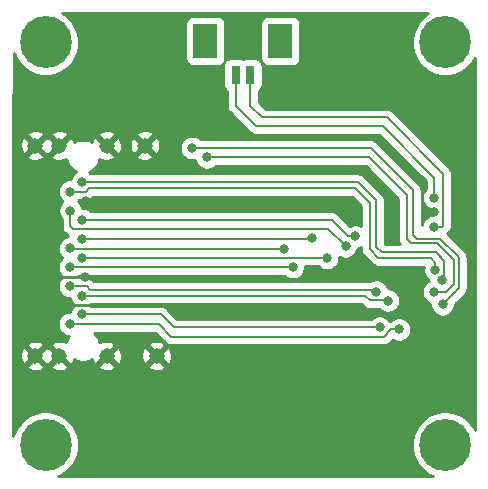
<source format=gbr>
%TF.GenerationSoftware,KiCad,Pcbnew,5.1.10-88a1d61d58~88~ubuntu18.04.1*%
%TF.CreationDate,2021-11-12T09:48:00+07:00*%
%TF.ProjectId,MX8Mx_EVK_MIPI_CSI-EYECLOUDAI_2MGSMOD_AR0234-ADAPTER,4d58384d-785f-4455-964b-5f4d4950495f,rev?*%
%TF.SameCoordinates,Original*%
%TF.FileFunction,Copper,L2,Bot*%
%TF.FilePolarity,Positive*%
%FSLAX46Y46*%
G04 Gerber Fmt 4.6, Leading zero omitted, Abs format (unit mm)*
G04 Created by KiCad (PCBNEW 5.1.10-88a1d61d58~88~ubuntu18.04.1) date 2021-11-12 09:48:00*
%MOMM*%
%LPD*%
G01*
G04 APERTURE LIST*
%TA.AperFunction,SMDPad,CuDef*%
%ADD10R,0.800000X1.600000*%
%TD*%
%TA.AperFunction,SMDPad,CuDef*%
%ADD11R,2.100000X3.000000*%
%TD*%
%TA.AperFunction,ComponentPad*%
%ADD12C,1.308000*%
%TD*%
%TA.AperFunction,ComponentPad*%
%ADD13C,4.400000*%
%TD*%
%TA.AperFunction,ViaPad*%
%ADD14C,0.800000*%
%TD*%
%TA.AperFunction,Conductor*%
%ADD15C,0.250000*%
%TD*%
%TA.AperFunction,Conductor*%
%ADD16C,0.200000*%
%TD*%
%TA.AperFunction,Conductor*%
%ADD17C,0.254000*%
%TD*%
%TA.AperFunction,Conductor*%
%ADD18C,0.100000*%
%TD*%
G04 APERTURE END LIST*
D10*
%TO.P,J3,2*%
%TO.N,/TRIGGER*%
X123053000Y-81932100D03*
%TO.P,J3,1*%
%TO.N,/FRAME_VALID*%
X121803000Y-81932100D03*
D11*
%TO.P,J3,P2*%
%TO.N,N/C*%
X125603000Y-79032100D03*
%TO.P,J3,P1*%
X119253000Y-79032100D03*
%TD*%
D12*
%TO.P,J1,S1*%
%TO.N,GND*%
X114119400Y-87893500D03*
%TO.P,J1,S2*%
X110879400Y-87893500D03*
%TO.P,J1,S3*%
X106879400Y-87893500D03*
%TO.P,J1,S4*%
X104849400Y-87893500D03*
%TO.P,J1,S5*%
X115119400Y-105693500D03*
%TO.P,J1,S6*%
X110879400Y-105693500D03*
%TO.P,J1,S7*%
X106879400Y-105693500D03*
%TO.P,J1,S8*%
X104849400Y-105693500D03*
%TD*%
D13*
%TO.P,H4,1*%
%TO.N,N/C*%
X139552680Y-79159100D03*
%TD*%
%TO.P,H3,1*%
%TO.N,N/C*%
X139552680Y-113235740D03*
%TD*%
%TO.P,H2,1*%
%TO.N,N/C*%
X105714800Y-113235740D03*
%TD*%
%TO.P,H1,1*%
%TO.N,N/C*%
X105714800Y-79159100D03*
%TD*%
D14*
%TO.N,GND*%
X139052300Y-105460800D03*
X139001500Y-87680800D03*
X132143500Y-101981000D03*
X104129840Y-95011240D03*
X104140000Y-92608400D03*
X104109520Y-99024440D03*
X104091740Y-103794560D03*
X104140000Y-90703400D03*
X104096820Y-101396800D03*
X109080300Y-98996500D03*
X135661400Y-99352100D03*
X109131100Y-92595700D03*
X127088900Y-93002100D03*
X132105400Y-98336100D03*
X118033800Y-92964000D03*
X135039100Y-95910400D03*
X133743700Y-91046300D03*
X127139700Y-89941400D03*
X118046500Y-101968300D03*
X127050800Y-101993700D03*
X138582400Y-93548200D03*
%TO.N,/CSI_DN0__SD_LVDS0_N*%
X139324080Y-99301300D03*
X108839400Y-90993500D03*
%TO.N,/CSI_DP0__SD_LVDS0_P*%
X138732260Y-98452940D03*
X107789400Y-91793500D03*
%TO.N,/CSI_DN1__SD_LVDS1_N*%
X131114800Y-96431100D03*
X107820460Y-93395800D03*
%TO.N,/CSI_DP1__SD_LVDS1_P*%
X108789400Y-94193500D03*
X131940300Y-95592900D03*
%TO.N,/CSI_nRST_1V8*%
X125945900Y-96621600D03*
X107789400Y-96593500D03*
%TO.N,/CSI_DN2__SD_LVDS2_N*%
X133718300Y-100253800D03*
X107797600Y-99794060D03*
%TO.N,/CSI_DP2__SD_LVDS2_P*%
X134696200Y-101015800D03*
X108789400Y-100593500D03*
%TO.N,/CSI_DN3__SD_LVDS3_N*%
X134005320Y-103286560D03*
X108789400Y-102193500D03*
%TO.N,/CSI_DP3__SD_LVDS3_P*%
X135643620Y-103466900D03*
X107772200Y-102997000D03*
%TO.N,/CSI_CLK_N__SPCLK_LVDS0_N*%
X118110000Y-88099900D03*
X139331700Y-101346000D03*
%TO.N,/CSI_CLK_P__SPCLK_LVDS0_P*%
X119367300Y-88900000D03*
X138620500Y-100291900D03*
%TO.N,/TRIGGER*%
X138569700Y-94792800D03*
%TO.N,/FRAME_VALID*%
X138626160Y-92297940D03*
%TO.N,/CSI_MCLK_1V8*%
X108789400Y-95793500D03*
X128282700Y-95732600D03*
%TO.N,/I2C_SDA_1V8*%
X108789400Y-97393500D03*
X129552700Y-97396300D03*
%TO.N,/I2C_SCL_1V8*%
X107789400Y-98193500D03*
X126644400Y-98196400D03*
%TD*%
D15*
%TO.N,GND*%
X104140760Y-101393500D02*
X104096820Y-101437440D01*
X107789400Y-101393500D02*
X104100120Y-101393500D01*
X115312700Y-101393500D02*
X107789400Y-101393500D01*
X104100120Y-101393500D02*
X104096820Y-101396800D01*
X115514120Y-99024440D02*
X115516660Y-99026980D01*
X104109520Y-99024440D02*
X115514120Y-99024440D01*
X132508500Y-101393500D02*
X133311900Y-102196900D01*
X104100120Y-101393500D02*
X132508500Y-101393500D01*
D16*
%TO.N,/CSI_DN0__SD_LVDS0_N*%
X139432261Y-99193119D02*
X139324080Y-99301300D01*
X139432261Y-97626401D02*
X139432261Y-99193119D01*
X139077700Y-97271840D02*
X139368530Y-97562670D01*
X139368530Y-97562670D02*
X139432261Y-97626401D01*
X134188200Y-96939100D02*
X138744960Y-96939100D01*
X133692900Y-96443800D02*
X134188200Y-96939100D01*
X132166900Y-90993500D02*
X133692900Y-92519500D01*
X138744960Y-96939100D02*
X139368530Y-97562670D01*
X133692900Y-92519500D02*
X133692900Y-96443800D01*
X108839400Y-90993500D02*
X132166900Y-90993500D01*
%TO.N,/CSI_DP0__SD_LVDS0_P*%
X138732260Y-97820480D02*
X138732260Y-98452940D01*
X138333480Y-97421700D02*
X138732260Y-97820480D01*
X133896100Y-97421700D02*
X138333480Y-97421700D01*
X107789400Y-91793500D02*
X109145900Y-91793500D01*
X131927600Y-91503500D02*
X133146800Y-92722700D01*
X133146800Y-92722700D02*
X133146800Y-96672400D01*
X133146800Y-96672400D02*
X133896100Y-97421700D01*
X109145900Y-91793500D02*
X109435900Y-91503500D01*
X109435900Y-91503500D02*
X131927600Y-91503500D01*
%TO.N,/CSI_DN1__SD_LVDS1_N*%
X129667000Y-94983300D02*
X131114800Y-96431100D01*
X108064300Y-94983300D02*
X129667000Y-94983300D01*
X107820460Y-93395800D02*
X107820460Y-94739460D01*
X107820460Y-94739460D02*
X108064300Y-94983300D01*
%TO.N,/CSI_DP1__SD_LVDS1_P*%
X129009000Y-94193500D02*
X108789400Y-94193500D01*
X129194700Y-94193500D02*
X129009000Y-94193500D01*
X129009000Y-94193500D02*
X129669400Y-94193500D01*
X131940300Y-95592900D02*
X131343400Y-95592900D01*
X131343400Y-95592900D02*
X129944000Y-94193500D01*
X129944000Y-94193500D02*
X129669400Y-94193500D01*
D15*
%TO.N,/CSI_nRST_1V8*%
X107839400Y-96643500D02*
X107789400Y-96593500D01*
D16*
X107817500Y-96621600D02*
X107789400Y-96593500D01*
X125945900Y-96621600D02*
X107817500Y-96621600D01*
%TO.N,/CSI_DN2__SD_LVDS2_N*%
X109184440Y-99794060D02*
X107797600Y-99794060D01*
X109491780Y-100101400D02*
X109184440Y-99794060D01*
X133565900Y-100101400D02*
X109491780Y-100101400D01*
X133718300Y-100253800D02*
X133565900Y-100101400D01*
%TO.N,/CSI_DP2__SD_LVDS2_P*%
X134693660Y-101013260D02*
X134696200Y-101015800D01*
X133156960Y-101013260D02*
X134693660Y-101013260D01*
X132737200Y-100593500D02*
X133156960Y-101013260D01*
X108789400Y-100593500D02*
X132737200Y-100593500D01*
%TO.N,/CSI_DN3__SD_LVDS3_N*%
X115459198Y-102193500D02*
X108789400Y-102193500D01*
X116552258Y-103286560D02*
X115459198Y-102193500D01*
X134005320Y-103286560D02*
X116552258Y-103286560D01*
%TO.N,/CSI_DP3__SD_LVDS3_P*%
X115290600Y-102997000D02*
X107772200Y-102997000D01*
X116363750Y-104070150D02*
X115290600Y-102997000D01*
X134334250Y-104070150D02*
X116363750Y-104070150D01*
X134937500Y-103466900D02*
X134334250Y-104070150D01*
X135643620Y-103466900D02*
X134937500Y-103466900D01*
%TO.N,/CSI_CLK_N__SPCLK_LVDS0_N*%
X118110000Y-88099900D02*
X133235700Y-88099900D01*
X137140990Y-95764390D02*
X139134890Y-95764390D01*
X133235700Y-88099900D02*
X136817100Y-91681300D01*
X136817100Y-91681300D02*
X136817100Y-95440500D01*
X136817100Y-95440500D02*
X137140990Y-95764390D01*
X140709610Y-97433811D02*
X140709610Y-99968090D01*
X140709610Y-99968090D02*
X139331700Y-101346000D01*
X140690600Y-97414801D02*
X140709610Y-97433811D01*
X140690600Y-97320100D02*
X140690600Y-97414801D01*
X139134890Y-95764390D02*
X140690600Y-97320100D01*
%TO.N,/CSI_CLK_P__SPCLK_LVDS0_P*%
X133121400Y-88900000D02*
X119367300Y-88900000D01*
X136296400Y-92075000D02*
X133121400Y-88900000D01*
X136296400Y-95770700D02*
X136296400Y-92075000D01*
X138620500Y-100291900D02*
X139611100Y-100291900D01*
X139611100Y-100291900D02*
X140309600Y-99593400D01*
X140309600Y-99593400D02*
X140309600Y-97599500D01*
X140309600Y-97599500D02*
X138874500Y-96164400D01*
X138874500Y-96164400D02*
X136690100Y-96164400D01*
X136690100Y-96164400D02*
X136296400Y-95770700D01*
%TO.N,/TRIGGER*%
X138569700Y-94792800D02*
X139242800Y-94792800D01*
X139369800Y-94665800D02*
X139369800Y-90271600D01*
X139242800Y-94792800D02*
X139369800Y-94665800D01*
X139369800Y-90271600D02*
X134594600Y-85496400D01*
X134594600Y-85496400D02*
X124040900Y-85496400D01*
X123053000Y-84508500D02*
X124040900Y-85496400D01*
X123053000Y-81932100D02*
X123053000Y-84508500D01*
X123061300Y-81940400D02*
X123053000Y-81932100D01*
%TO.N,/FRAME_VALID*%
X121803000Y-83859554D02*
X121803000Y-81932100D01*
X121803000Y-84541200D02*
X121803000Y-83859554D01*
X123520200Y-86258400D02*
X121803000Y-84541200D01*
X134264400Y-86258400D02*
X123520200Y-86258400D01*
X138626160Y-90620160D02*
X134264400Y-86258400D01*
X138626160Y-92297940D02*
X138626160Y-90620160D01*
%TO.N,/CSI_MCLK_1V8*%
X128336100Y-95793500D02*
X128358900Y-95770700D01*
X128221800Y-95793500D02*
X128282700Y-95732600D01*
X108789400Y-95793500D02*
X128221800Y-95793500D01*
%TO.N,/I2C_SDA_1V8*%
X108792200Y-97396300D02*
X108789400Y-97393500D01*
X129549900Y-97393500D02*
X129552700Y-97396300D01*
X108789400Y-97393500D02*
X129549900Y-97393500D01*
%TO.N,/I2C_SCL_1V8*%
X107789760Y-98193860D02*
X107789400Y-98193500D01*
X126641500Y-98193500D02*
X126644400Y-98196400D01*
X107789400Y-98193500D02*
X126641500Y-98193500D01*
%TD*%
D17*
%TO.N,GND*%
X138134115Y-76697330D02*
X137745473Y-76957012D01*
X137350592Y-77351893D01*
X137040336Y-77816224D01*
X136826628Y-78332161D01*
X136717680Y-78879877D01*
X136717680Y-79438323D01*
X136826628Y-79986039D01*
X137040336Y-80501976D01*
X137350592Y-80966307D01*
X137745473Y-81361188D01*
X138209804Y-81671444D01*
X138725741Y-81885152D01*
X139273457Y-81994100D01*
X139831903Y-81994100D01*
X140379619Y-81885152D01*
X140895556Y-81671444D01*
X141359887Y-81361188D01*
X141754768Y-80966307D01*
X142065024Y-80501976D01*
X142088000Y-80446507D01*
X142088001Y-111948335D01*
X142065024Y-111892864D01*
X141754768Y-111428533D01*
X141359887Y-111033652D01*
X140895556Y-110723396D01*
X140379619Y-110509688D01*
X139831903Y-110400740D01*
X139273457Y-110400740D01*
X138725741Y-110509688D01*
X138209804Y-110723396D01*
X137745473Y-111033652D01*
X137350592Y-111428533D01*
X137040336Y-111892864D01*
X136826628Y-112408801D01*
X136717680Y-112956517D01*
X136717680Y-113514963D01*
X136826628Y-114062679D01*
X137040336Y-114578616D01*
X137350592Y-115042947D01*
X137745473Y-115437828D01*
X138209804Y-115748084D01*
X138479721Y-115859887D01*
X106793484Y-115857516D01*
X107057676Y-115748084D01*
X107522007Y-115437828D01*
X107916888Y-115042947D01*
X108227144Y-114578616D01*
X108440852Y-114062679D01*
X108549800Y-113514963D01*
X108549800Y-112956517D01*
X108440852Y-112408801D01*
X108227144Y-111892864D01*
X107916888Y-111428533D01*
X107522007Y-111033652D01*
X107057676Y-110723396D01*
X106541739Y-110509688D01*
X105994023Y-110400740D01*
X105435577Y-110400740D01*
X104887861Y-110509688D01*
X104371924Y-110723396D01*
X103907593Y-111033652D01*
X103512712Y-111428533D01*
X103202456Y-111892864D01*
X102988748Y-112408801D01*
X102972100Y-112492496D01*
X102978693Y-106581887D01*
X104140618Y-106581887D01*
X104194493Y-106810968D01*
X104425084Y-106917263D01*
X104671981Y-106976528D01*
X104925696Y-106986488D01*
X105176479Y-106946759D01*
X105414693Y-106858868D01*
X105504307Y-106810968D01*
X105558182Y-106581887D01*
X106170618Y-106581887D01*
X106224493Y-106810968D01*
X106455084Y-106917263D01*
X106701981Y-106976528D01*
X106955696Y-106986488D01*
X107206479Y-106946759D01*
X107444693Y-106858868D01*
X107534307Y-106810968D01*
X107588182Y-106581887D01*
X110170618Y-106581887D01*
X110224493Y-106810968D01*
X110455084Y-106917263D01*
X110701981Y-106976528D01*
X110955696Y-106986488D01*
X111206479Y-106946759D01*
X111444693Y-106858868D01*
X111534307Y-106810968D01*
X111588182Y-106581887D01*
X114410618Y-106581887D01*
X114464493Y-106810968D01*
X114695084Y-106917263D01*
X114941981Y-106976528D01*
X115195696Y-106986488D01*
X115446479Y-106946759D01*
X115684693Y-106858868D01*
X115774307Y-106810968D01*
X115828182Y-106581887D01*
X115119400Y-105873105D01*
X114410618Y-106581887D01*
X111588182Y-106581887D01*
X110879400Y-105873105D01*
X110170618Y-106581887D01*
X107588182Y-106581887D01*
X106879400Y-105873105D01*
X106170618Y-106581887D01*
X105558182Y-106581887D01*
X104849400Y-105873105D01*
X104140618Y-106581887D01*
X102978693Y-106581887D01*
X102979599Y-105769796D01*
X103556412Y-105769796D01*
X103596141Y-106020579D01*
X103684032Y-106258793D01*
X103731932Y-106348407D01*
X103961013Y-106402282D01*
X104669795Y-105693500D01*
X105029005Y-105693500D01*
X105737787Y-106402282D01*
X105864400Y-106372505D01*
X105991013Y-106402282D01*
X106699795Y-105693500D01*
X105991013Y-104984718D01*
X105864400Y-105014495D01*
X105737787Y-104984718D01*
X105029005Y-105693500D01*
X104669795Y-105693500D01*
X103961013Y-104984718D01*
X103731932Y-105038593D01*
X103625637Y-105269184D01*
X103566372Y-105516081D01*
X103556412Y-105769796D01*
X102979599Y-105769796D01*
X102980675Y-104805113D01*
X104140618Y-104805113D01*
X104849400Y-105513895D01*
X105558182Y-104805113D01*
X105504307Y-104576032D01*
X105273716Y-104469737D01*
X105026819Y-104410472D01*
X104773104Y-104400512D01*
X104522321Y-104440241D01*
X104284107Y-104528132D01*
X104194493Y-104576032D01*
X104140618Y-104805113D01*
X102980675Y-104805113D01*
X102998548Y-88781887D01*
X104140618Y-88781887D01*
X104194493Y-89010968D01*
X104425084Y-89117263D01*
X104671981Y-89176528D01*
X104925696Y-89186488D01*
X105176479Y-89146759D01*
X105414693Y-89058868D01*
X105504307Y-89010968D01*
X105558182Y-88781887D01*
X106170618Y-88781887D01*
X106224493Y-89010968D01*
X106455084Y-89117263D01*
X106701981Y-89176528D01*
X106955696Y-89186488D01*
X107206479Y-89146759D01*
X107444693Y-89058868D01*
X107489769Y-89034774D01*
X107523586Y-89204782D01*
X107629875Y-89461385D01*
X107784182Y-89692322D01*
X107980578Y-89888718D01*
X108211515Y-90043025D01*
X108327213Y-90090949D01*
X108179626Y-90189563D01*
X108035463Y-90333726D01*
X107922195Y-90503244D01*
X107844174Y-90691602D01*
X107830867Y-90758500D01*
X107687461Y-90758500D01*
X107487502Y-90798274D01*
X107299144Y-90876295D01*
X107129626Y-90989563D01*
X106985463Y-91133726D01*
X106872195Y-91303244D01*
X106794174Y-91491602D01*
X106754400Y-91691561D01*
X106754400Y-91895439D01*
X106794174Y-92095398D01*
X106872195Y-92283756D01*
X106985463Y-92453274D01*
X107129626Y-92597437D01*
X107144904Y-92607645D01*
X107016523Y-92736026D01*
X106903255Y-92905544D01*
X106825234Y-93093902D01*
X106785460Y-93293861D01*
X106785460Y-93497739D01*
X106825234Y-93697698D01*
X106903255Y-93886056D01*
X107016523Y-94055574D01*
X107085461Y-94124512D01*
X107085461Y-94703345D01*
X107081904Y-94739460D01*
X107096095Y-94883545D01*
X107124995Y-94978813D01*
X107138124Y-95022093D01*
X107206374Y-95149780D01*
X107298223Y-95261698D01*
X107326268Y-95284714D01*
X107519041Y-95477487D01*
X107542062Y-95505538D01*
X107622372Y-95571447D01*
X107487502Y-95598274D01*
X107299144Y-95676295D01*
X107129626Y-95789563D01*
X106985463Y-95933726D01*
X106872195Y-96103244D01*
X106794174Y-96291602D01*
X106754400Y-96491561D01*
X106754400Y-96695439D01*
X106794174Y-96895398D01*
X106872195Y-97083756D01*
X106985463Y-97253274D01*
X107125689Y-97393500D01*
X106985463Y-97533726D01*
X106872195Y-97703244D01*
X106794174Y-97891602D01*
X106754400Y-98091561D01*
X106754400Y-98295439D01*
X106794174Y-98495398D01*
X106872195Y-98683756D01*
X106985463Y-98853274D01*
X107129626Y-98997437D01*
X107130157Y-98997792D01*
X106993663Y-99134286D01*
X106880395Y-99303804D01*
X106802374Y-99492162D01*
X106762600Y-99692121D01*
X106762600Y-99895999D01*
X106802374Y-100095958D01*
X106880395Y-100284316D01*
X106993663Y-100453834D01*
X107137826Y-100597997D01*
X107307344Y-100711265D01*
X107495702Y-100789286D01*
X107695661Y-100829060D01*
X107780979Y-100829060D01*
X107794174Y-100895398D01*
X107872195Y-101083756D01*
X107985463Y-101253274D01*
X108125689Y-101393500D01*
X107985463Y-101533726D01*
X107872195Y-101703244D01*
X107794174Y-101891602D01*
X107780171Y-101962000D01*
X107670261Y-101962000D01*
X107470302Y-102001774D01*
X107281944Y-102079795D01*
X107112426Y-102193063D01*
X106968263Y-102337226D01*
X106854995Y-102506744D01*
X106776974Y-102695102D01*
X106737200Y-102895061D01*
X106737200Y-103098939D01*
X106776974Y-103298898D01*
X106854995Y-103487256D01*
X106968263Y-103656774D01*
X107112426Y-103800937D01*
X107281944Y-103914205D01*
X107470302Y-103992226D01*
X107670261Y-104032000D01*
X107692426Y-104032000D01*
X107629875Y-104125615D01*
X107523586Y-104382218D01*
X107489172Y-104555226D01*
X107303716Y-104469737D01*
X107056819Y-104410472D01*
X106803104Y-104400512D01*
X106552321Y-104440241D01*
X106314107Y-104528132D01*
X106224493Y-104576032D01*
X106170618Y-104805113D01*
X106879400Y-105513895D01*
X106893543Y-105499753D01*
X107073148Y-105679358D01*
X107059005Y-105693500D01*
X107767787Y-106402282D01*
X107996868Y-106348407D01*
X108103163Y-106117816D01*
X108133611Y-105990971D01*
X108211515Y-106043025D01*
X108468118Y-106149314D01*
X108740527Y-106203500D01*
X109018273Y-106203500D01*
X109290682Y-106149314D01*
X109547285Y-106043025D01*
X109621808Y-105993230D01*
X109626141Y-106020579D01*
X109714032Y-106258793D01*
X109761932Y-106348407D01*
X109991013Y-106402282D01*
X110699795Y-105693500D01*
X111059005Y-105693500D01*
X111767787Y-106402282D01*
X111996868Y-106348407D01*
X112103163Y-106117816D01*
X112162428Y-105870919D01*
X112166397Y-105769796D01*
X113826412Y-105769796D01*
X113866141Y-106020579D01*
X113954032Y-106258793D01*
X114001932Y-106348407D01*
X114231013Y-106402282D01*
X114939795Y-105693500D01*
X115299005Y-105693500D01*
X116007787Y-106402282D01*
X116236868Y-106348407D01*
X116343163Y-106117816D01*
X116402428Y-105870919D01*
X116412388Y-105617204D01*
X116372659Y-105366421D01*
X116284768Y-105128207D01*
X116236868Y-105038593D01*
X116007787Y-104984718D01*
X115299005Y-105693500D01*
X114939795Y-105693500D01*
X114231013Y-104984718D01*
X114001932Y-105038593D01*
X113895637Y-105269184D01*
X113836372Y-105516081D01*
X113826412Y-105769796D01*
X112166397Y-105769796D01*
X112172388Y-105617204D01*
X112132659Y-105366421D01*
X112044768Y-105128207D01*
X111996868Y-105038593D01*
X111767787Y-104984718D01*
X111059005Y-105693500D01*
X110699795Y-105693500D01*
X110685653Y-105679358D01*
X110865258Y-105499753D01*
X110879400Y-105513895D01*
X111588182Y-104805113D01*
X114410618Y-104805113D01*
X115119400Y-105513895D01*
X115828182Y-104805113D01*
X115774307Y-104576032D01*
X115543716Y-104469737D01*
X115296819Y-104410472D01*
X115043104Y-104400512D01*
X114792321Y-104440241D01*
X114554107Y-104528132D01*
X114464493Y-104576032D01*
X114410618Y-104805113D01*
X111588182Y-104805113D01*
X111534307Y-104576032D01*
X111303716Y-104469737D01*
X111056819Y-104410472D01*
X110803104Y-104400512D01*
X110552321Y-104440241D01*
X110314107Y-104528132D01*
X110269031Y-104552226D01*
X110235214Y-104382218D01*
X110128925Y-104125615D01*
X109974618Y-103894678D01*
X109811940Y-103732000D01*
X114986154Y-103732000D01*
X115818496Y-104564343D01*
X115841512Y-104592388D01*
X115953430Y-104684237D01*
X116081117Y-104752487D01*
X116219665Y-104794515D01*
X116327645Y-104805150D01*
X116327654Y-104805150D01*
X116363749Y-104808705D01*
X116399844Y-104805150D01*
X134298145Y-104805150D01*
X134334250Y-104808706D01*
X134370355Y-104805150D01*
X134478335Y-104794515D01*
X134616883Y-104752487D01*
X134744570Y-104684237D01*
X134856488Y-104592388D01*
X134879508Y-104564338D01*
X135097241Y-104346605D01*
X135153364Y-104384105D01*
X135341722Y-104462126D01*
X135541681Y-104501900D01*
X135745559Y-104501900D01*
X135945518Y-104462126D01*
X136133876Y-104384105D01*
X136303394Y-104270837D01*
X136447557Y-104126674D01*
X136560825Y-103957156D01*
X136638846Y-103768798D01*
X136678620Y-103568839D01*
X136678620Y-103364961D01*
X136638846Y-103165002D01*
X136560825Y-102976644D01*
X136447557Y-102807126D01*
X136303394Y-102662963D01*
X136133876Y-102549695D01*
X135945518Y-102471674D01*
X135745559Y-102431900D01*
X135541681Y-102431900D01*
X135341722Y-102471674D01*
X135153364Y-102549695D01*
X134983846Y-102662963D01*
X134916384Y-102730425D01*
X134901404Y-102731900D01*
X134901395Y-102731900D01*
X134880844Y-102733924D01*
X134809257Y-102626786D01*
X134665094Y-102482623D01*
X134495576Y-102369355D01*
X134307218Y-102291334D01*
X134107259Y-102251560D01*
X133903381Y-102251560D01*
X133703422Y-102291334D01*
X133515064Y-102369355D01*
X133345546Y-102482623D01*
X133276609Y-102551560D01*
X116856705Y-102551560D01*
X116004456Y-101699312D01*
X115981436Y-101671262D01*
X115869518Y-101579413D01*
X115741831Y-101511163D01*
X115603283Y-101469135D01*
X115495303Y-101458500D01*
X115459198Y-101454944D01*
X115423093Y-101458500D01*
X109518111Y-101458500D01*
X109453111Y-101393500D01*
X109518111Y-101328500D01*
X132432754Y-101328500D01*
X132611701Y-101507447D01*
X132634722Y-101535498D01*
X132746640Y-101627347D01*
X132874327Y-101695597D01*
X133012875Y-101737625D01*
X133120855Y-101748260D01*
X133120864Y-101748260D01*
X133156959Y-101751815D01*
X133193054Y-101748260D01*
X133964949Y-101748260D01*
X134036426Y-101819737D01*
X134205944Y-101933005D01*
X134394302Y-102011026D01*
X134594261Y-102050800D01*
X134798139Y-102050800D01*
X134998098Y-102011026D01*
X135186456Y-101933005D01*
X135355974Y-101819737D01*
X135500137Y-101675574D01*
X135613405Y-101506056D01*
X135691426Y-101317698D01*
X135731200Y-101117739D01*
X135731200Y-100913861D01*
X135691426Y-100713902D01*
X135613405Y-100525544D01*
X135500137Y-100356026D01*
X135355974Y-100211863D01*
X135186456Y-100098595D01*
X134998098Y-100020574D01*
X134798139Y-99980800D01*
X134719274Y-99980800D01*
X134713526Y-99951902D01*
X134635505Y-99763544D01*
X134522237Y-99594026D01*
X134378074Y-99449863D01*
X134208556Y-99336595D01*
X134020198Y-99258574D01*
X133820239Y-99218800D01*
X133616361Y-99218800D01*
X133416402Y-99258574D01*
X133228044Y-99336595D01*
X133183438Y-99366400D01*
X109796226Y-99366400D01*
X109729699Y-99299873D01*
X109706678Y-99271822D01*
X109594760Y-99179973D01*
X109467073Y-99111723D01*
X109328525Y-99069695D01*
X109220545Y-99059060D01*
X109184440Y-99055504D01*
X109148335Y-99059060D01*
X108526311Y-99059060D01*
X108457374Y-98990123D01*
X108456843Y-98989768D01*
X108518111Y-98928500D01*
X125912789Y-98928500D01*
X125984626Y-99000337D01*
X126154144Y-99113605D01*
X126342502Y-99191626D01*
X126542461Y-99231400D01*
X126746339Y-99231400D01*
X126946298Y-99191626D01*
X127134656Y-99113605D01*
X127304174Y-99000337D01*
X127448337Y-98856174D01*
X127561605Y-98686656D01*
X127639626Y-98498298D01*
X127679400Y-98298339D01*
X127679400Y-98128500D01*
X128821189Y-98128500D01*
X128892926Y-98200237D01*
X129062444Y-98313505D01*
X129250802Y-98391526D01*
X129450761Y-98431300D01*
X129654639Y-98431300D01*
X129854598Y-98391526D01*
X130042956Y-98313505D01*
X130212474Y-98200237D01*
X130356637Y-98056074D01*
X130469905Y-97886556D01*
X130547926Y-97698198D01*
X130587700Y-97498239D01*
X130587700Y-97323687D01*
X130624544Y-97348305D01*
X130812902Y-97426326D01*
X131012861Y-97466100D01*
X131216739Y-97466100D01*
X131416698Y-97426326D01*
X131605056Y-97348305D01*
X131774574Y-97235037D01*
X131918737Y-97090874D01*
X132032005Y-96921356D01*
X132110026Y-96732998D01*
X132134585Y-96609531D01*
X132242198Y-96588126D01*
X132411801Y-96517874D01*
X132411801Y-96636285D01*
X132408244Y-96672400D01*
X132422435Y-96816485D01*
X132451281Y-96911574D01*
X132464464Y-96955033D01*
X132532714Y-97082720D01*
X132624563Y-97194638D01*
X132652608Y-97217654D01*
X133350846Y-97915893D01*
X133373862Y-97943938D01*
X133485780Y-98035787D01*
X133613467Y-98104037D01*
X133752015Y-98146065D01*
X133859995Y-98156700D01*
X133860004Y-98156700D01*
X133896099Y-98160255D01*
X133932194Y-98156700D01*
X137735909Y-98156700D01*
X137697260Y-98351001D01*
X137697260Y-98554879D01*
X137737034Y-98754838D01*
X137815055Y-98943196D01*
X137928323Y-99112714D01*
X138072486Y-99256877D01*
X138203439Y-99344377D01*
X138130244Y-99374695D01*
X137960726Y-99487963D01*
X137816563Y-99632126D01*
X137703295Y-99801644D01*
X137625274Y-99990002D01*
X137585500Y-100189961D01*
X137585500Y-100393839D01*
X137625274Y-100593798D01*
X137703295Y-100782156D01*
X137816563Y-100951674D01*
X137960726Y-101095837D01*
X138130244Y-101209105D01*
X138296700Y-101278054D01*
X138296700Y-101447939D01*
X138336474Y-101647898D01*
X138414495Y-101836256D01*
X138527763Y-102005774D01*
X138671926Y-102149937D01*
X138841444Y-102263205D01*
X139029802Y-102341226D01*
X139229761Y-102381000D01*
X139433639Y-102381000D01*
X139633598Y-102341226D01*
X139821956Y-102263205D01*
X139991474Y-102149937D01*
X140135637Y-102005774D01*
X140248905Y-101836256D01*
X140326926Y-101647898D01*
X140366700Y-101447939D01*
X140366700Y-101350446D01*
X141203803Y-100513344D01*
X141231848Y-100490328D01*
X141323697Y-100378410D01*
X141391947Y-100250723D01*
X141433975Y-100112175D01*
X141437470Y-100076693D01*
X141448166Y-99968091D01*
X141444610Y-99931986D01*
X141444610Y-97469905D01*
X141448165Y-97433810D01*
X141444610Y-97397715D01*
X141444610Y-97397706D01*
X141433975Y-97289726D01*
X141422409Y-97251599D01*
X141414965Y-97176015D01*
X141372937Y-97037467D01*
X141304687Y-96909780D01*
X141276254Y-96875135D01*
X141235853Y-96825906D01*
X141235850Y-96825903D01*
X141212837Y-96797862D01*
X141184797Y-96774850D01*
X139743039Y-95333093D01*
X139765038Y-95315038D01*
X139788059Y-95286987D01*
X139863992Y-95211054D01*
X139892037Y-95188038D01*
X139983887Y-95076120D01*
X140052137Y-94948433D01*
X140094165Y-94809885D01*
X140104800Y-94701905D01*
X140104800Y-94701898D01*
X140108355Y-94665801D01*
X140104800Y-94629704D01*
X140104800Y-90307705D01*
X140108356Y-90271600D01*
X140094165Y-90127515D01*
X140052137Y-89988966D01*
X139983887Y-89861280D01*
X139915053Y-89777406D01*
X139892038Y-89749362D01*
X139863993Y-89726346D01*
X135139859Y-85002213D01*
X135116838Y-84974162D01*
X135004920Y-84882313D01*
X134877233Y-84814063D01*
X134738685Y-84772035D01*
X134630705Y-84761400D01*
X134594600Y-84757844D01*
X134558495Y-84761400D01*
X124345347Y-84761400D01*
X123788000Y-84204054D01*
X123788000Y-83273057D01*
X123807494Y-83262637D01*
X123904185Y-83183285D01*
X123983537Y-83086594D01*
X124042502Y-82976280D01*
X124078812Y-82856582D01*
X124091072Y-82732100D01*
X124091072Y-81132100D01*
X124078812Y-81007618D01*
X124053614Y-80924552D01*
X124101815Y-80983285D01*
X124198506Y-81062637D01*
X124308820Y-81121602D01*
X124428518Y-81157912D01*
X124553000Y-81170172D01*
X126653000Y-81170172D01*
X126777482Y-81157912D01*
X126897180Y-81121602D01*
X127007494Y-81062637D01*
X127104185Y-80983285D01*
X127183537Y-80886594D01*
X127242502Y-80776280D01*
X127278812Y-80656582D01*
X127291072Y-80532100D01*
X127291072Y-77532100D01*
X127278812Y-77407618D01*
X127242502Y-77287920D01*
X127183537Y-77177606D01*
X127104185Y-77080915D01*
X127007494Y-77001563D01*
X126897180Y-76942598D01*
X126777482Y-76906288D01*
X126653000Y-76894028D01*
X124553000Y-76894028D01*
X124428518Y-76906288D01*
X124308820Y-76942598D01*
X124198506Y-77001563D01*
X124101815Y-77080915D01*
X124022463Y-77177606D01*
X123963498Y-77287920D01*
X123927188Y-77407618D01*
X123914928Y-77532100D01*
X123914928Y-80532100D01*
X123927188Y-80656582D01*
X123952386Y-80739648D01*
X123904185Y-80680915D01*
X123807494Y-80601563D01*
X123697180Y-80542598D01*
X123577482Y-80506288D01*
X123453000Y-80494028D01*
X122653000Y-80494028D01*
X122528518Y-80506288D01*
X122428000Y-80536780D01*
X122327482Y-80506288D01*
X122203000Y-80494028D01*
X121403000Y-80494028D01*
X121278518Y-80506288D01*
X121158820Y-80542598D01*
X121048506Y-80601563D01*
X120951815Y-80680915D01*
X120903614Y-80739648D01*
X120928812Y-80656582D01*
X120941072Y-80532100D01*
X120941072Y-77532100D01*
X120928812Y-77407618D01*
X120892502Y-77287920D01*
X120833537Y-77177606D01*
X120754185Y-77080915D01*
X120657494Y-77001563D01*
X120547180Y-76942598D01*
X120427482Y-76906288D01*
X120303000Y-76894028D01*
X118203000Y-76894028D01*
X118078518Y-76906288D01*
X117958820Y-76942598D01*
X117848506Y-77001563D01*
X117751815Y-77080915D01*
X117672463Y-77177606D01*
X117613498Y-77287920D01*
X117577188Y-77407618D01*
X117564928Y-77532100D01*
X117564928Y-80532100D01*
X117577188Y-80656582D01*
X117613498Y-80776280D01*
X117672463Y-80886594D01*
X117751815Y-80983285D01*
X117848506Y-81062637D01*
X117958820Y-81121602D01*
X118078518Y-81157912D01*
X118203000Y-81170172D01*
X120303000Y-81170172D01*
X120427482Y-81157912D01*
X120547180Y-81121602D01*
X120657494Y-81062637D01*
X120754185Y-80983285D01*
X120802386Y-80924552D01*
X120777188Y-81007618D01*
X120764928Y-81132100D01*
X120764928Y-82732100D01*
X120777188Y-82856582D01*
X120813498Y-82976280D01*
X120872463Y-83086594D01*
X120951815Y-83183285D01*
X121048506Y-83262637D01*
X121068000Y-83273057D01*
X121068000Y-84505095D01*
X121064444Y-84541200D01*
X121070049Y-84598110D01*
X121078635Y-84685284D01*
X121120663Y-84823832D01*
X121188913Y-84951519D01*
X121280762Y-85063437D01*
X121308808Y-85086454D01*
X122974946Y-86752593D01*
X122997962Y-86780638D01*
X123026006Y-86803653D01*
X123109880Y-86872487D01*
X123237566Y-86940737D01*
X123376115Y-86982765D01*
X123520200Y-86996956D01*
X123556305Y-86993400D01*
X133959954Y-86993400D01*
X137891161Y-90924608D01*
X137891160Y-91569229D01*
X137822223Y-91638166D01*
X137708955Y-91807684D01*
X137630934Y-91996042D01*
X137591160Y-92196001D01*
X137591160Y-92399879D01*
X137630934Y-92599838D01*
X137708955Y-92788196D01*
X137822223Y-92957714D01*
X137966386Y-93101877D01*
X138135904Y-93215145D01*
X138324262Y-93293166D01*
X138524221Y-93332940D01*
X138634800Y-93332940D01*
X138634800Y-93757800D01*
X138467761Y-93757800D01*
X138267802Y-93797574D01*
X138079444Y-93875595D01*
X137909926Y-93988863D01*
X137765763Y-94133026D01*
X137652495Y-94302544D01*
X137574474Y-94490902D01*
X137552100Y-94603385D01*
X137552100Y-91717394D01*
X137555655Y-91681299D01*
X137552100Y-91645204D01*
X137552100Y-91645195D01*
X137541465Y-91537215D01*
X137499437Y-91398667D01*
X137431187Y-91270980D01*
X137390060Y-91220867D01*
X137362353Y-91187106D01*
X137362350Y-91187103D01*
X137339337Y-91159062D01*
X137311297Y-91136050D01*
X133780959Y-87605713D01*
X133757938Y-87577662D01*
X133646020Y-87485813D01*
X133518333Y-87417563D01*
X133379785Y-87375535D01*
X133271805Y-87364900D01*
X133235700Y-87361344D01*
X133199595Y-87364900D01*
X118838711Y-87364900D01*
X118769774Y-87295963D01*
X118600256Y-87182695D01*
X118411898Y-87104674D01*
X118211939Y-87064900D01*
X118008061Y-87064900D01*
X117808102Y-87104674D01*
X117619744Y-87182695D01*
X117450226Y-87295963D01*
X117306063Y-87440126D01*
X117192795Y-87609644D01*
X117114774Y-87798002D01*
X117075000Y-87997961D01*
X117075000Y-88201839D01*
X117114774Y-88401798D01*
X117192795Y-88590156D01*
X117306063Y-88759674D01*
X117450226Y-88903837D01*
X117619744Y-89017105D01*
X117808102Y-89095126D01*
X118008061Y-89134900D01*
X118211939Y-89134900D01*
X118353160Y-89106810D01*
X118372074Y-89201898D01*
X118450095Y-89390256D01*
X118563363Y-89559774D01*
X118707526Y-89703937D01*
X118877044Y-89817205D01*
X119065402Y-89895226D01*
X119265361Y-89935000D01*
X119469239Y-89935000D01*
X119669198Y-89895226D01*
X119857556Y-89817205D01*
X120027074Y-89703937D01*
X120096011Y-89635000D01*
X132816954Y-89635000D01*
X135561401Y-92379448D01*
X135561400Y-95734595D01*
X135557844Y-95770700D01*
X135572035Y-95914785D01*
X135584784Y-95956813D01*
X135614063Y-96053332D01*
X135682313Y-96181019D01*
X135701255Y-96204100D01*
X134492647Y-96204100D01*
X134427900Y-96139354D01*
X134427900Y-92555605D01*
X134431456Y-92519500D01*
X134417265Y-92375415D01*
X134406144Y-92338753D01*
X134375237Y-92236867D01*
X134306987Y-92109180D01*
X134240774Y-92028500D01*
X134238153Y-92025306D01*
X134238150Y-92025303D01*
X134215137Y-91997262D01*
X134187097Y-91974250D01*
X132712158Y-90499312D01*
X132689138Y-90471262D01*
X132577220Y-90379413D01*
X132449533Y-90311163D01*
X132310985Y-90269135D01*
X132203005Y-90258500D01*
X132166900Y-90254944D01*
X132130795Y-90258500D01*
X109568111Y-90258500D01*
X109499174Y-90189563D01*
X109382202Y-90111405D01*
X109547285Y-90043025D01*
X109778222Y-89888718D01*
X109974618Y-89692322D01*
X110128925Y-89461385D01*
X110235214Y-89204782D01*
X110269628Y-89031774D01*
X110455084Y-89117263D01*
X110701981Y-89176528D01*
X110955696Y-89186488D01*
X111206479Y-89146759D01*
X111444693Y-89058868D01*
X111534307Y-89010968D01*
X111588182Y-88781887D01*
X113410618Y-88781887D01*
X113464493Y-89010968D01*
X113695084Y-89117263D01*
X113941981Y-89176528D01*
X114195696Y-89186488D01*
X114446479Y-89146759D01*
X114684693Y-89058868D01*
X114774307Y-89010968D01*
X114828182Y-88781887D01*
X114119400Y-88073105D01*
X113410618Y-88781887D01*
X111588182Y-88781887D01*
X110879400Y-88073105D01*
X110865258Y-88087248D01*
X110685653Y-87907643D01*
X110699795Y-87893500D01*
X111059005Y-87893500D01*
X111767787Y-88602282D01*
X111996868Y-88548407D01*
X112103163Y-88317816D01*
X112162428Y-88070919D01*
X112166397Y-87969796D01*
X112826412Y-87969796D01*
X112866141Y-88220579D01*
X112954032Y-88458793D01*
X113001932Y-88548407D01*
X113231013Y-88602282D01*
X113939795Y-87893500D01*
X114299005Y-87893500D01*
X115007787Y-88602282D01*
X115236868Y-88548407D01*
X115343163Y-88317816D01*
X115402428Y-88070919D01*
X115412388Y-87817204D01*
X115372659Y-87566421D01*
X115284768Y-87328207D01*
X115236868Y-87238593D01*
X115007787Y-87184718D01*
X114299005Y-87893500D01*
X113939795Y-87893500D01*
X113231013Y-87184718D01*
X113001932Y-87238593D01*
X112895637Y-87469184D01*
X112836372Y-87716081D01*
X112826412Y-87969796D01*
X112166397Y-87969796D01*
X112172388Y-87817204D01*
X112132659Y-87566421D01*
X112044768Y-87328207D01*
X111996868Y-87238593D01*
X111767787Y-87184718D01*
X111059005Y-87893500D01*
X110699795Y-87893500D01*
X109991013Y-87184718D01*
X109761932Y-87238593D01*
X109655637Y-87469184D01*
X109625189Y-87596029D01*
X109547285Y-87543975D01*
X109290682Y-87437686D01*
X109018273Y-87383500D01*
X108740527Y-87383500D01*
X108468118Y-87437686D01*
X108211515Y-87543975D01*
X108136992Y-87593770D01*
X108132659Y-87566421D01*
X108044768Y-87328207D01*
X107996868Y-87238593D01*
X107767787Y-87184718D01*
X107059005Y-87893500D01*
X107073148Y-87907643D01*
X106893543Y-88087248D01*
X106879400Y-88073105D01*
X106170618Y-88781887D01*
X105558182Y-88781887D01*
X104849400Y-88073105D01*
X104140618Y-88781887D01*
X102998548Y-88781887D01*
X102999454Y-87969796D01*
X103556412Y-87969796D01*
X103596141Y-88220579D01*
X103684032Y-88458793D01*
X103731932Y-88548407D01*
X103961013Y-88602282D01*
X104669795Y-87893500D01*
X105029005Y-87893500D01*
X105737787Y-88602282D01*
X105864400Y-88572505D01*
X105991013Y-88602282D01*
X106699795Y-87893500D01*
X105991013Y-87184718D01*
X105864400Y-87214495D01*
X105737787Y-87184718D01*
X105029005Y-87893500D01*
X104669795Y-87893500D01*
X103961013Y-87184718D01*
X103731932Y-87238593D01*
X103625637Y-87469184D01*
X103566372Y-87716081D01*
X103556412Y-87969796D01*
X102999454Y-87969796D01*
X103000530Y-87005113D01*
X104140618Y-87005113D01*
X104849400Y-87713895D01*
X105558182Y-87005113D01*
X106170618Y-87005113D01*
X106879400Y-87713895D01*
X107588182Y-87005113D01*
X110170618Y-87005113D01*
X110879400Y-87713895D01*
X111588182Y-87005113D01*
X113410618Y-87005113D01*
X114119400Y-87713895D01*
X114828182Y-87005113D01*
X114774307Y-86776032D01*
X114543716Y-86669737D01*
X114296819Y-86610472D01*
X114043104Y-86600512D01*
X113792321Y-86640241D01*
X113554107Y-86728132D01*
X113464493Y-86776032D01*
X113410618Y-87005113D01*
X111588182Y-87005113D01*
X111534307Y-86776032D01*
X111303716Y-86669737D01*
X111056819Y-86610472D01*
X110803104Y-86600512D01*
X110552321Y-86640241D01*
X110314107Y-86728132D01*
X110224493Y-86776032D01*
X110170618Y-87005113D01*
X107588182Y-87005113D01*
X107534307Y-86776032D01*
X107303716Y-86669737D01*
X107056819Y-86610472D01*
X106803104Y-86600512D01*
X106552321Y-86640241D01*
X106314107Y-86728132D01*
X106224493Y-86776032D01*
X106170618Y-87005113D01*
X105558182Y-87005113D01*
X105504307Y-86776032D01*
X105273716Y-86669737D01*
X105026819Y-86610472D01*
X104773104Y-86600512D01*
X104522321Y-86640241D01*
X104284107Y-86728132D01*
X104194493Y-86776032D01*
X104140618Y-87005113D01*
X103000530Y-87005113D01*
X103008308Y-80033260D01*
X103202456Y-80501976D01*
X103512712Y-80966307D01*
X103907593Y-81361188D01*
X104371924Y-81671444D01*
X104887861Y-81885152D01*
X105435577Y-81994100D01*
X105994023Y-81994100D01*
X106541739Y-81885152D01*
X107057676Y-81671444D01*
X107522007Y-81361188D01*
X107916888Y-80966307D01*
X108227144Y-80501976D01*
X108440852Y-79986039D01*
X108549800Y-79438323D01*
X108549800Y-78879877D01*
X108440852Y-78332161D01*
X108227144Y-77816224D01*
X107916888Y-77351893D01*
X107522007Y-76957012D01*
X107129914Y-76695024D01*
X138134115Y-76697330D01*
%TA.AperFunction,Conductor*%
D18*
G36*
X138134115Y-76697330D02*
G01*
X137745473Y-76957012D01*
X137350592Y-77351893D01*
X137040336Y-77816224D01*
X136826628Y-78332161D01*
X136717680Y-78879877D01*
X136717680Y-79438323D01*
X136826628Y-79986039D01*
X137040336Y-80501976D01*
X137350592Y-80966307D01*
X137745473Y-81361188D01*
X138209804Y-81671444D01*
X138725741Y-81885152D01*
X139273457Y-81994100D01*
X139831903Y-81994100D01*
X140379619Y-81885152D01*
X140895556Y-81671444D01*
X141359887Y-81361188D01*
X141754768Y-80966307D01*
X142065024Y-80501976D01*
X142088000Y-80446507D01*
X142088001Y-111948335D01*
X142065024Y-111892864D01*
X141754768Y-111428533D01*
X141359887Y-111033652D01*
X140895556Y-110723396D01*
X140379619Y-110509688D01*
X139831903Y-110400740D01*
X139273457Y-110400740D01*
X138725741Y-110509688D01*
X138209804Y-110723396D01*
X137745473Y-111033652D01*
X137350592Y-111428533D01*
X137040336Y-111892864D01*
X136826628Y-112408801D01*
X136717680Y-112956517D01*
X136717680Y-113514963D01*
X136826628Y-114062679D01*
X137040336Y-114578616D01*
X137350592Y-115042947D01*
X137745473Y-115437828D01*
X138209804Y-115748084D01*
X138479721Y-115859887D01*
X106793484Y-115857516D01*
X107057676Y-115748084D01*
X107522007Y-115437828D01*
X107916888Y-115042947D01*
X108227144Y-114578616D01*
X108440852Y-114062679D01*
X108549800Y-113514963D01*
X108549800Y-112956517D01*
X108440852Y-112408801D01*
X108227144Y-111892864D01*
X107916888Y-111428533D01*
X107522007Y-111033652D01*
X107057676Y-110723396D01*
X106541739Y-110509688D01*
X105994023Y-110400740D01*
X105435577Y-110400740D01*
X104887861Y-110509688D01*
X104371924Y-110723396D01*
X103907593Y-111033652D01*
X103512712Y-111428533D01*
X103202456Y-111892864D01*
X102988748Y-112408801D01*
X102972100Y-112492496D01*
X102978693Y-106581887D01*
X104140618Y-106581887D01*
X104194493Y-106810968D01*
X104425084Y-106917263D01*
X104671981Y-106976528D01*
X104925696Y-106986488D01*
X105176479Y-106946759D01*
X105414693Y-106858868D01*
X105504307Y-106810968D01*
X105558182Y-106581887D01*
X106170618Y-106581887D01*
X106224493Y-106810968D01*
X106455084Y-106917263D01*
X106701981Y-106976528D01*
X106955696Y-106986488D01*
X107206479Y-106946759D01*
X107444693Y-106858868D01*
X107534307Y-106810968D01*
X107588182Y-106581887D01*
X110170618Y-106581887D01*
X110224493Y-106810968D01*
X110455084Y-106917263D01*
X110701981Y-106976528D01*
X110955696Y-106986488D01*
X111206479Y-106946759D01*
X111444693Y-106858868D01*
X111534307Y-106810968D01*
X111588182Y-106581887D01*
X114410618Y-106581887D01*
X114464493Y-106810968D01*
X114695084Y-106917263D01*
X114941981Y-106976528D01*
X115195696Y-106986488D01*
X115446479Y-106946759D01*
X115684693Y-106858868D01*
X115774307Y-106810968D01*
X115828182Y-106581887D01*
X115119400Y-105873105D01*
X114410618Y-106581887D01*
X111588182Y-106581887D01*
X110879400Y-105873105D01*
X110170618Y-106581887D01*
X107588182Y-106581887D01*
X106879400Y-105873105D01*
X106170618Y-106581887D01*
X105558182Y-106581887D01*
X104849400Y-105873105D01*
X104140618Y-106581887D01*
X102978693Y-106581887D01*
X102979599Y-105769796D01*
X103556412Y-105769796D01*
X103596141Y-106020579D01*
X103684032Y-106258793D01*
X103731932Y-106348407D01*
X103961013Y-106402282D01*
X104669795Y-105693500D01*
X105029005Y-105693500D01*
X105737787Y-106402282D01*
X105864400Y-106372505D01*
X105991013Y-106402282D01*
X106699795Y-105693500D01*
X105991013Y-104984718D01*
X105864400Y-105014495D01*
X105737787Y-104984718D01*
X105029005Y-105693500D01*
X104669795Y-105693500D01*
X103961013Y-104984718D01*
X103731932Y-105038593D01*
X103625637Y-105269184D01*
X103566372Y-105516081D01*
X103556412Y-105769796D01*
X102979599Y-105769796D01*
X102980675Y-104805113D01*
X104140618Y-104805113D01*
X104849400Y-105513895D01*
X105558182Y-104805113D01*
X105504307Y-104576032D01*
X105273716Y-104469737D01*
X105026819Y-104410472D01*
X104773104Y-104400512D01*
X104522321Y-104440241D01*
X104284107Y-104528132D01*
X104194493Y-104576032D01*
X104140618Y-104805113D01*
X102980675Y-104805113D01*
X102998548Y-88781887D01*
X104140618Y-88781887D01*
X104194493Y-89010968D01*
X104425084Y-89117263D01*
X104671981Y-89176528D01*
X104925696Y-89186488D01*
X105176479Y-89146759D01*
X105414693Y-89058868D01*
X105504307Y-89010968D01*
X105558182Y-88781887D01*
X106170618Y-88781887D01*
X106224493Y-89010968D01*
X106455084Y-89117263D01*
X106701981Y-89176528D01*
X106955696Y-89186488D01*
X107206479Y-89146759D01*
X107444693Y-89058868D01*
X107489769Y-89034774D01*
X107523586Y-89204782D01*
X107629875Y-89461385D01*
X107784182Y-89692322D01*
X107980578Y-89888718D01*
X108211515Y-90043025D01*
X108327213Y-90090949D01*
X108179626Y-90189563D01*
X108035463Y-90333726D01*
X107922195Y-90503244D01*
X107844174Y-90691602D01*
X107830867Y-90758500D01*
X107687461Y-90758500D01*
X107487502Y-90798274D01*
X107299144Y-90876295D01*
X107129626Y-90989563D01*
X106985463Y-91133726D01*
X106872195Y-91303244D01*
X106794174Y-91491602D01*
X106754400Y-91691561D01*
X106754400Y-91895439D01*
X106794174Y-92095398D01*
X106872195Y-92283756D01*
X106985463Y-92453274D01*
X107129626Y-92597437D01*
X107144904Y-92607645D01*
X107016523Y-92736026D01*
X106903255Y-92905544D01*
X106825234Y-93093902D01*
X106785460Y-93293861D01*
X106785460Y-93497739D01*
X106825234Y-93697698D01*
X106903255Y-93886056D01*
X107016523Y-94055574D01*
X107085461Y-94124512D01*
X107085461Y-94703345D01*
X107081904Y-94739460D01*
X107096095Y-94883545D01*
X107124995Y-94978813D01*
X107138124Y-95022093D01*
X107206374Y-95149780D01*
X107298223Y-95261698D01*
X107326268Y-95284714D01*
X107519041Y-95477487D01*
X107542062Y-95505538D01*
X107622372Y-95571447D01*
X107487502Y-95598274D01*
X107299144Y-95676295D01*
X107129626Y-95789563D01*
X106985463Y-95933726D01*
X106872195Y-96103244D01*
X106794174Y-96291602D01*
X106754400Y-96491561D01*
X106754400Y-96695439D01*
X106794174Y-96895398D01*
X106872195Y-97083756D01*
X106985463Y-97253274D01*
X107125689Y-97393500D01*
X106985463Y-97533726D01*
X106872195Y-97703244D01*
X106794174Y-97891602D01*
X106754400Y-98091561D01*
X106754400Y-98295439D01*
X106794174Y-98495398D01*
X106872195Y-98683756D01*
X106985463Y-98853274D01*
X107129626Y-98997437D01*
X107130157Y-98997792D01*
X106993663Y-99134286D01*
X106880395Y-99303804D01*
X106802374Y-99492162D01*
X106762600Y-99692121D01*
X106762600Y-99895999D01*
X106802374Y-100095958D01*
X106880395Y-100284316D01*
X106993663Y-100453834D01*
X107137826Y-100597997D01*
X107307344Y-100711265D01*
X107495702Y-100789286D01*
X107695661Y-100829060D01*
X107780979Y-100829060D01*
X107794174Y-100895398D01*
X107872195Y-101083756D01*
X107985463Y-101253274D01*
X108125689Y-101393500D01*
X107985463Y-101533726D01*
X107872195Y-101703244D01*
X107794174Y-101891602D01*
X107780171Y-101962000D01*
X107670261Y-101962000D01*
X107470302Y-102001774D01*
X107281944Y-102079795D01*
X107112426Y-102193063D01*
X106968263Y-102337226D01*
X106854995Y-102506744D01*
X106776974Y-102695102D01*
X106737200Y-102895061D01*
X106737200Y-103098939D01*
X106776974Y-103298898D01*
X106854995Y-103487256D01*
X106968263Y-103656774D01*
X107112426Y-103800937D01*
X107281944Y-103914205D01*
X107470302Y-103992226D01*
X107670261Y-104032000D01*
X107692426Y-104032000D01*
X107629875Y-104125615D01*
X107523586Y-104382218D01*
X107489172Y-104555226D01*
X107303716Y-104469737D01*
X107056819Y-104410472D01*
X106803104Y-104400512D01*
X106552321Y-104440241D01*
X106314107Y-104528132D01*
X106224493Y-104576032D01*
X106170618Y-104805113D01*
X106879400Y-105513895D01*
X106893543Y-105499753D01*
X107073148Y-105679358D01*
X107059005Y-105693500D01*
X107767787Y-106402282D01*
X107996868Y-106348407D01*
X108103163Y-106117816D01*
X108133611Y-105990971D01*
X108211515Y-106043025D01*
X108468118Y-106149314D01*
X108740527Y-106203500D01*
X109018273Y-106203500D01*
X109290682Y-106149314D01*
X109547285Y-106043025D01*
X109621808Y-105993230D01*
X109626141Y-106020579D01*
X109714032Y-106258793D01*
X109761932Y-106348407D01*
X109991013Y-106402282D01*
X110699795Y-105693500D01*
X111059005Y-105693500D01*
X111767787Y-106402282D01*
X111996868Y-106348407D01*
X112103163Y-106117816D01*
X112162428Y-105870919D01*
X112166397Y-105769796D01*
X113826412Y-105769796D01*
X113866141Y-106020579D01*
X113954032Y-106258793D01*
X114001932Y-106348407D01*
X114231013Y-106402282D01*
X114939795Y-105693500D01*
X115299005Y-105693500D01*
X116007787Y-106402282D01*
X116236868Y-106348407D01*
X116343163Y-106117816D01*
X116402428Y-105870919D01*
X116412388Y-105617204D01*
X116372659Y-105366421D01*
X116284768Y-105128207D01*
X116236868Y-105038593D01*
X116007787Y-104984718D01*
X115299005Y-105693500D01*
X114939795Y-105693500D01*
X114231013Y-104984718D01*
X114001932Y-105038593D01*
X113895637Y-105269184D01*
X113836372Y-105516081D01*
X113826412Y-105769796D01*
X112166397Y-105769796D01*
X112172388Y-105617204D01*
X112132659Y-105366421D01*
X112044768Y-105128207D01*
X111996868Y-105038593D01*
X111767787Y-104984718D01*
X111059005Y-105693500D01*
X110699795Y-105693500D01*
X110685653Y-105679358D01*
X110865258Y-105499753D01*
X110879400Y-105513895D01*
X111588182Y-104805113D01*
X114410618Y-104805113D01*
X115119400Y-105513895D01*
X115828182Y-104805113D01*
X115774307Y-104576032D01*
X115543716Y-104469737D01*
X115296819Y-104410472D01*
X115043104Y-104400512D01*
X114792321Y-104440241D01*
X114554107Y-104528132D01*
X114464493Y-104576032D01*
X114410618Y-104805113D01*
X111588182Y-104805113D01*
X111534307Y-104576032D01*
X111303716Y-104469737D01*
X111056819Y-104410472D01*
X110803104Y-104400512D01*
X110552321Y-104440241D01*
X110314107Y-104528132D01*
X110269031Y-104552226D01*
X110235214Y-104382218D01*
X110128925Y-104125615D01*
X109974618Y-103894678D01*
X109811940Y-103732000D01*
X114986154Y-103732000D01*
X115818496Y-104564343D01*
X115841512Y-104592388D01*
X115953430Y-104684237D01*
X116081117Y-104752487D01*
X116219665Y-104794515D01*
X116327645Y-104805150D01*
X116327654Y-104805150D01*
X116363749Y-104808705D01*
X116399844Y-104805150D01*
X134298145Y-104805150D01*
X134334250Y-104808706D01*
X134370355Y-104805150D01*
X134478335Y-104794515D01*
X134616883Y-104752487D01*
X134744570Y-104684237D01*
X134856488Y-104592388D01*
X134879508Y-104564338D01*
X135097241Y-104346605D01*
X135153364Y-104384105D01*
X135341722Y-104462126D01*
X135541681Y-104501900D01*
X135745559Y-104501900D01*
X135945518Y-104462126D01*
X136133876Y-104384105D01*
X136303394Y-104270837D01*
X136447557Y-104126674D01*
X136560825Y-103957156D01*
X136638846Y-103768798D01*
X136678620Y-103568839D01*
X136678620Y-103364961D01*
X136638846Y-103165002D01*
X136560825Y-102976644D01*
X136447557Y-102807126D01*
X136303394Y-102662963D01*
X136133876Y-102549695D01*
X135945518Y-102471674D01*
X135745559Y-102431900D01*
X135541681Y-102431900D01*
X135341722Y-102471674D01*
X135153364Y-102549695D01*
X134983846Y-102662963D01*
X134916384Y-102730425D01*
X134901404Y-102731900D01*
X134901395Y-102731900D01*
X134880844Y-102733924D01*
X134809257Y-102626786D01*
X134665094Y-102482623D01*
X134495576Y-102369355D01*
X134307218Y-102291334D01*
X134107259Y-102251560D01*
X133903381Y-102251560D01*
X133703422Y-102291334D01*
X133515064Y-102369355D01*
X133345546Y-102482623D01*
X133276609Y-102551560D01*
X116856705Y-102551560D01*
X116004456Y-101699312D01*
X115981436Y-101671262D01*
X115869518Y-101579413D01*
X115741831Y-101511163D01*
X115603283Y-101469135D01*
X115495303Y-101458500D01*
X115459198Y-101454944D01*
X115423093Y-101458500D01*
X109518111Y-101458500D01*
X109453111Y-101393500D01*
X109518111Y-101328500D01*
X132432754Y-101328500D01*
X132611701Y-101507447D01*
X132634722Y-101535498D01*
X132746640Y-101627347D01*
X132874327Y-101695597D01*
X133012875Y-101737625D01*
X133120855Y-101748260D01*
X133120864Y-101748260D01*
X133156959Y-101751815D01*
X133193054Y-101748260D01*
X133964949Y-101748260D01*
X134036426Y-101819737D01*
X134205944Y-101933005D01*
X134394302Y-102011026D01*
X134594261Y-102050800D01*
X134798139Y-102050800D01*
X134998098Y-102011026D01*
X135186456Y-101933005D01*
X135355974Y-101819737D01*
X135500137Y-101675574D01*
X135613405Y-101506056D01*
X135691426Y-101317698D01*
X135731200Y-101117739D01*
X135731200Y-100913861D01*
X135691426Y-100713902D01*
X135613405Y-100525544D01*
X135500137Y-100356026D01*
X135355974Y-100211863D01*
X135186456Y-100098595D01*
X134998098Y-100020574D01*
X134798139Y-99980800D01*
X134719274Y-99980800D01*
X134713526Y-99951902D01*
X134635505Y-99763544D01*
X134522237Y-99594026D01*
X134378074Y-99449863D01*
X134208556Y-99336595D01*
X134020198Y-99258574D01*
X133820239Y-99218800D01*
X133616361Y-99218800D01*
X133416402Y-99258574D01*
X133228044Y-99336595D01*
X133183438Y-99366400D01*
X109796226Y-99366400D01*
X109729699Y-99299873D01*
X109706678Y-99271822D01*
X109594760Y-99179973D01*
X109467073Y-99111723D01*
X109328525Y-99069695D01*
X109220545Y-99059060D01*
X109184440Y-99055504D01*
X109148335Y-99059060D01*
X108526311Y-99059060D01*
X108457374Y-98990123D01*
X108456843Y-98989768D01*
X108518111Y-98928500D01*
X125912789Y-98928500D01*
X125984626Y-99000337D01*
X126154144Y-99113605D01*
X126342502Y-99191626D01*
X126542461Y-99231400D01*
X126746339Y-99231400D01*
X126946298Y-99191626D01*
X127134656Y-99113605D01*
X127304174Y-99000337D01*
X127448337Y-98856174D01*
X127561605Y-98686656D01*
X127639626Y-98498298D01*
X127679400Y-98298339D01*
X127679400Y-98128500D01*
X128821189Y-98128500D01*
X128892926Y-98200237D01*
X129062444Y-98313505D01*
X129250802Y-98391526D01*
X129450761Y-98431300D01*
X129654639Y-98431300D01*
X129854598Y-98391526D01*
X130042956Y-98313505D01*
X130212474Y-98200237D01*
X130356637Y-98056074D01*
X130469905Y-97886556D01*
X130547926Y-97698198D01*
X130587700Y-97498239D01*
X130587700Y-97323687D01*
X130624544Y-97348305D01*
X130812902Y-97426326D01*
X131012861Y-97466100D01*
X131216739Y-97466100D01*
X131416698Y-97426326D01*
X131605056Y-97348305D01*
X131774574Y-97235037D01*
X131918737Y-97090874D01*
X132032005Y-96921356D01*
X132110026Y-96732998D01*
X132134585Y-96609531D01*
X132242198Y-96588126D01*
X132411801Y-96517874D01*
X132411801Y-96636285D01*
X132408244Y-96672400D01*
X132422435Y-96816485D01*
X132451281Y-96911574D01*
X132464464Y-96955033D01*
X132532714Y-97082720D01*
X132624563Y-97194638D01*
X132652608Y-97217654D01*
X133350846Y-97915893D01*
X133373862Y-97943938D01*
X133485780Y-98035787D01*
X133613467Y-98104037D01*
X133752015Y-98146065D01*
X133859995Y-98156700D01*
X133860004Y-98156700D01*
X133896099Y-98160255D01*
X133932194Y-98156700D01*
X137735909Y-98156700D01*
X137697260Y-98351001D01*
X137697260Y-98554879D01*
X137737034Y-98754838D01*
X137815055Y-98943196D01*
X137928323Y-99112714D01*
X138072486Y-99256877D01*
X138203439Y-99344377D01*
X138130244Y-99374695D01*
X137960726Y-99487963D01*
X137816563Y-99632126D01*
X137703295Y-99801644D01*
X137625274Y-99990002D01*
X137585500Y-100189961D01*
X137585500Y-100393839D01*
X137625274Y-100593798D01*
X137703295Y-100782156D01*
X137816563Y-100951674D01*
X137960726Y-101095837D01*
X138130244Y-101209105D01*
X138296700Y-101278054D01*
X138296700Y-101447939D01*
X138336474Y-101647898D01*
X138414495Y-101836256D01*
X138527763Y-102005774D01*
X138671926Y-102149937D01*
X138841444Y-102263205D01*
X139029802Y-102341226D01*
X139229761Y-102381000D01*
X139433639Y-102381000D01*
X139633598Y-102341226D01*
X139821956Y-102263205D01*
X139991474Y-102149937D01*
X140135637Y-102005774D01*
X140248905Y-101836256D01*
X140326926Y-101647898D01*
X140366700Y-101447939D01*
X140366700Y-101350446D01*
X141203803Y-100513344D01*
X141231848Y-100490328D01*
X141323697Y-100378410D01*
X141391947Y-100250723D01*
X141433975Y-100112175D01*
X141437470Y-100076693D01*
X141448166Y-99968091D01*
X141444610Y-99931986D01*
X141444610Y-97469905D01*
X141448165Y-97433810D01*
X141444610Y-97397715D01*
X141444610Y-97397706D01*
X141433975Y-97289726D01*
X141422409Y-97251599D01*
X141414965Y-97176015D01*
X141372937Y-97037467D01*
X141304687Y-96909780D01*
X141276254Y-96875135D01*
X141235853Y-96825906D01*
X141235850Y-96825903D01*
X141212837Y-96797862D01*
X141184797Y-96774850D01*
X139743039Y-95333093D01*
X139765038Y-95315038D01*
X139788059Y-95286987D01*
X139863992Y-95211054D01*
X139892037Y-95188038D01*
X139983887Y-95076120D01*
X140052137Y-94948433D01*
X140094165Y-94809885D01*
X140104800Y-94701905D01*
X140104800Y-94701898D01*
X140108355Y-94665801D01*
X140104800Y-94629704D01*
X140104800Y-90307705D01*
X140108356Y-90271600D01*
X140094165Y-90127515D01*
X140052137Y-89988966D01*
X139983887Y-89861280D01*
X139915053Y-89777406D01*
X139892038Y-89749362D01*
X139863993Y-89726346D01*
X135139859Y-85002213D01*
X135116838Y-84974162D01*
X135004920Y-84882313D01*
X134877233Y-84814063D01*
X134738685Y-84772035D01*
X134630705Y-84761400D01*
X134594600Y-84757844D01*
X134558495Y-84761400D01*
X124345347Y-84761400D01*
X123788000Y-84204054D01*
X123788000Y-83273057D01*
X123807494Y-83262637D01*
X123904185Y-83183285D01*
X123983537Y-83086594D01*
X124042502Y-82976280D01*
X124078812Y-82856582D01*
X124091072Y-82732100D01*
X124091072Y-81132100D01*
X124078812Y-81007618D01*
X124053614Y-80924552D01*
X124101815Y-80983285D01*
X124198506Y-81062637D01*
X124308820Y-81121602D01*
X124428518Y-81157912D01*
X124553000Y-81170172D01*
X126653000Y-81170172D01*
X126777482Y-81157912D01*
X126897180Y-81121602D01*
X127007494Y-81062637D01*
X127104185Y-80983285D01*
X127183537Y-80886594D01*
X127242502Y-80776280D01*
X127278812Y-80656582D01*
X127291072Y-80532100D01*
X127291072Y-77532100D01*
X127278812Y-77407618D01*
X127242502Y-77287920D01*
X127183537Y-77177606D01*
X127104185Y-77080915D01*
X127007494Y-77001563D01*
X126897180Y-76942598D01*
X126777482Y-76906288D01*
X126653000Y-76894028D01*
X124553000Y-76894028D01*
X124428518Y-76906288D01*
X124308820Y-76942598D01*
X124198506Y-77001563D01*
X124101815Y-77080915D01*
X124022463Y-77177606D01*
X123963498Y-77287920D01*
X123927188Y-77407618D01*
X123914928Y-77532100D01*
X123914928Y-80532100D01*
X123927188Y-80656582D01*
X123952386Y-80739648D01*
X123904185Y-80680915D01*
X123807494Y-80601563D01*
X123697180Y-80542598D01*
X123577482Y-80506288D01*
X123453000Y-80494028D01*
X122653000Y-80494028D01*
X122528518Y-80506288D01*
X122428000Y-80536780D01*
X122327482Y-80506288D01*
X122203000Y-80494028D01*
X121403000Y-80494028D01*
X121278518Y-80506288D01*
X121158820Y-80542598D01*
X121048506Y-80601563D01*
X120951815Y-80680915D01*
X120903614Y-80739648D01*
X120928812Y-80656582D01*
X120941072Y-80532100D01*
X120941072Y-77532100D01*
X120928812Y-77407618D01*
X120892502Y-77287920D01*
X120833537Y-77177606D01*
X120754185Y-77080915D01*
X120657494Y-77001563D01*
X120547180Y-76942598D01*
X120427482Y-76906288D01*
X120303000Y-76894028D01*
X118203000Y-76894028D01*
X118078518Y-76906288D01*
X117958820Y-76942598D01*
X117848506Y-77001563D01*
X117751815Y-77080915D01*
X117672463Y-77177606D01*
X117613498Y-77287920D01*
X117577188Y-77407618D01*
X117564928Y-77532100D01*
X117564928Y-80532100D01*
X117577188Y-80656582D01*
X117613498Y-80776280D01*
X117672463Y-80886594D01*
X117751815Y-80983285D01*
X117848506Y-81062637D01*
X117958820Y-81121602D01*
X118078518Y-81157912D01*
X118203000Y-81170172D01*
X120303000Y-81170172D01*
X120427482Y-81157912D01*
X120547180Y-81121602D01*
X120657494Y-81062637D01*
X120754185Y-80983285D01*
X120802386Y-80924552D01*
X120777188Y-81007618D01*
X120764928Y-81132100D01*
X120764928Y-82732100D01*
X120777188Y-82856582D01*
X120813498Y-82976280D01*
X120872463Y-83086594D01*
X120951815Y-83183285D01*
X121048506Y-83262637D01*
X121068000Y-83273057D01*
X121068000Y-84505095D01*
X121064444Y-84541200D01*
X121070049Y-84598110D01*
X121078635Y-84685284D01*
X121120663Y-84823832D01*
X121188913Y-84951519D01*
X121280762Y-85063437D01*
X121308808Y-85086454D01*
X122974946Y-86752593D01*
X122997962Y-86780638D01*
X123026006Y-86803653D01*
X123109880Y-86872487D01*
X123237566Y-86940737D01*
X123376115Y-86982765D01*
X123520200Y-86996956D01*
X123556305Y-86993400D01*
X133959954Y-86993400D01*
X137891161Y-90924608D01*
X137891160Y-91569229D01*
X137822223Y-91638166D01*
X137708955Y-91807684D01*
X137630934Y-91996042D01*
X137591160Y-92196001D01*
X137591160Y-92399879D01*
X137630934Y-92599838D01*
X137708955Y-92788196D01*
X137822223Y-92957714D01*
X137966386Y-93101877D01*
X138135904Y-93215145D01*
X138324262Y-93293166D01*
X138524221Y-93332940D01*
X138634800Y-93332940D01*
X138634800Y-93757800D01*
X138467761Y-93757800D01*
X138267802Y-93797574D01*
X138079444Y-93875595D01*
X137909926Y-93988863D01*
X137765763Y-94133026D01*
X137652495Y-94302544D01*
X137574474Y-94490902D01*
X137552100Y-94603385D01*
X137552100Y-91717394D01*
X137555655Y-91681299D01*
X137552100Y-91645204D01*
X137552100Y-91645195D01*
X137541465Y-91537215D01*
X137499437Y-91398667D01*
X137431187Y-91270980D01*
X137390060Y-91220867D01*
X137362353Y-91187106D01*
X137362350Y-91187103D01*
X137339337Y-91159062D01*
X137311297Y-91136050D01*
X133780959Y-87605713D01*
X133757938Y-87577662D01*
X133646020Y-87485813D01*
X133518333Y-87417563D01*
X133379785Y-87375535D01*
X133271805Y-87364900D01*
X133235700Y-87361344D01*
X133199595Y-87364900D01*
X118838711Y-87364900D01*
X118769774Y-87295963D01*
X118600256Y-87182695D01*
X118411898Y-87104674D01*
X118211939Y-87064900D01*
X118008061Y-87064900D01*
X117808102Y-87104674D01*
X117619744Y-87182695D01*
X117450226Y-87295963D01*
X117306063Y-87440126D01*
X117192795Y-87609644D01*
X117114774Y-87798002D01*
X117075000Y-87997961D01*
X117075000Y-88201839D01*
X117114774Y-88401798D01*
X117192795Y-88590156D01*
X117306063Y-88759674D01*
X117450226Y-88903837D01*
X117619744Y-89017105D01*
X117808102Y-89095126D01*
X118008061Y-89134900D01*
X118211939Y-89134900D01*
X118353160Y-89106810D01*
X118372074Y-89201898D01*
X118450095Y-89390256D01*
X118563363Y-89559774D01*
X118707526Y-89703937D01*
X118877044Y-89817205D01*
X119065402Y-89895226D01*
X119265361Y-89935000D01*
X119469239Y-89935000D01*
X119669198Y-89895226D01*
X119857556Y-89817205D01*
X120027074Y-89703937D01*
X120096011Y-89635000D01*
X132816954Y-89635000D01*
X135561401Y-92379448D01*
X135561400Y-95734595D01*
X135557844Y-95770700D01*
X135572035Y-95914785D01*
X135584784Y-95956813D01*
X135614063Y-96053332D01*
X135682313Y-96181019D01*
X135701255Y-96204100D01*
X134492647Y-96204100D01*
X134427900Y-96139354D01*
X134427900Y-92555605D01*
X134431456Y-92519500D01*
X134417265Y-92375415D01*
X134406144Y-92338753D01*
X134375237Y-92236867D01*
X134306987Y-92109180D01*
X134240774Y-92028500D01*
X134238153Y-92025306D01*
X134238150Y-92025303D01*
X134215137Y-91997262D01*
X134187097Y-91974250D01*
X132712158Y-90499312D01*
X132689138Y-90471262D01*
X132577220Y-90379413D01*
X132449533Y-90311163D01*
X132310985Y-90269135D01*
X132203005Y-90258500D01*
X132166900Y-90254944D01*
X132130795Y-90258500D01*
X109568111Y-90258500D01*
X109499174Y-90189563D01*
X109382202Y-90111405D01*
X109547285Y-90043025D01*
X109778222Y-89888718D01*
X109974618Y-89692322D01*
X110128925Y-89461385D01*
X110235214Y-89204782D01*
X110269628Y-89031774D01*
X110455084Y-89117263D01*
X110701981Y-89176528D01*
X110955696Y-89186488D01*
X111206479Y-89146759D01*
X111444693Y-89058868D01*
X111534307Y-89010968D01*
X111588182Y-88781887D01*
X113410618Y-88781887D01*
X113464493Y-89010968D01*
X113695084Y-89117263D01*
X113941981Y-89176528D01*
X114195696Y-89186488D01*
X114446479Y-89146759D01*
X114684693Y-89058868D01*
X114774307Y-89010968D01*
X114828182Y-88781887D01*
X114119400Y-88073105D01*
X113410618Y-88781887D01*
X111588182Y-88781887D01*
X110879400Y-88073105D01*
X110865258Y-88087248D01*
X110685653Y-87907643D01*
X110699795Y-87893500D01*
X111059005Y-87893500D01*
X111767787Y-88602282D01*
X111996868Y-88548407D01*
X112103163Y-88317816D01*
X112162428Y-88070919D01*
X112166397Y-87969796D01*
X112826412Y-87969796D01*
X112866141Y-88220579D01*
X112954032Y-88458793D01*
X113001932Y-88548407D01*
X113231013Y-88602282D01*
X113939795Y-87893500D01*
X114299005Y-87893500D01*
X115007787Y-88602282D01*
X115236868Y-88548407D01*
X115343163Y-88317816D01*
X115402428Y-88070919D01*
X115412388Y-87817204D01*
X115372659Y-87566421D01*
X115284768Y-87328207D01*
X115236868Y-87238593D01*
X115007787Y-87184718D01*
X114299005Y-87893500D01*
X113939795Y-87893500D01*
X113231013Y-87184718D01*
X113001932Y-87238593D01*
X112895637Y-87469184D01*
X112836372Y-87716081D01*
X112826412Y-87969796D01*
X112166397Y-87969796D01*
X112172388Y-87817204D01*
X112132659Y-87566421D01*
X112044768Y-87328207D01*
X111996868Y-87238593D01*
X111767787Y-87184718D01*
X111059005Y-87893500D01*
X110699795Y-87893500D01*
X109991013Y-87184718D01*
X109761932Y-87238593D01*
X109655637Y-87469184D01*
X109625189Y-87596029D01*
X109547285Y-87543975D01*
X109290682Y-87437686D01*
X109018273Y-87383500D01*
X108740527Y-87383500D01*
X108468118Y-87437686D01*
X108211515Y-87543975D01*
X108136992Y-87593770D01*
X108132659Y-87566421D01*
X108044768Y-87328207D01*
X107996868Y-87238593D01*
X107767787Y-87184718D01*
X107059005Y-87893500D01*
X107073148Y-87907643D01*
X106893543Y-88087248D01*
X106879400Y-88073105D01*
X106170618Y-88781887D01*
X105558182Y-88781887D01*
X104849400Y-88073105D01*
X104140618Y-88781887D01*
X102998548Y-88781887D01*
X102999454Y-87969796D01*
X103556412Y-87969796D01*
X103596141Y-88220579D01*
X103684032Y-88458793D01*
X103731932Y-88548407D01*
X103961013Y-88602282D01*
X104669795Y-87893500D01*
X105029005Y-87893500D01*
X105737787Y-88602282D01*
X105864400Y-88572505D01*
X105991013Y-88602282D01*
X106699795Y-87893500D01*
X105991013Y-87184718D01*
X105864400Y-87214495D01*
X105737787Y-87184718D01*
X105029005Y-87893500D01*
X104669795Y-87893500D01*
X103961013Y-87184718D01*
X103731932Y-87238593D01*
X103625637Y-87469184D01*
X103566372Y-87716081D01*
X103556412Y-87969796D01*
X102999454Y-87969796D01*
X103000530Y-87005113D01*
X104140618Y-87005113D01*
X104849400Y-87713895D01*
X105558182Y-87005113D01*
X106170618Y-87005113D01*
X106879400Y-87713895D01*
X107588182Y-87005113D01*
X110170618Y-87005113D01*
X110879400Y-87713895D01*
X111588182Y-87005113D01*
X113410618Y-87005113D01*
X114119400Y-87713895D01*
X114828182Y-87005113D01*
X114774307Y-86776032D01*
X114543716Y-86669737D01*
X114296819Y-86610472D01*
X114043104Y-86600512D01*
X113792321Y-86640241D01*
X113554107Y-86728132D01*
X113464493Y-86776032D01*
X113410618Y-87005113D01*
X111588182Y-87005113D01*
X111534307Y-86776032D01*
X111303716Y-86669737D01*
X111056819Y-86610472D01*
X110803104Y-86600512D01*
X110552321Y-86640241D01*
X110314107Y-86728132D01*
X110224493Y-86776032D01*
X110170618Y-87005113D01*
X107588182Y-87005113D01*
X107534307Y-86776032D01*
X107303716Y-86669737D01*
X107056819Y-86610472D01*
X106803104Y-86600512D01*
X106552321Y-86640241D01*
X106314107Y-86728132D01*
X106224493Y-86776032D01*
X106170618Y-87005113D01*
X105558182Y-87005113D01*
X105504307Y-86776032D01*
X105273716Y-86669737D01*
X105026819Y-86610472D01*
X104773104Y-86600512D01*
X104522321Y-86640241D01*
X104284107Y-86728132D01*
X104194493Y-86776032D01*
X104140618Y-87005113D01*
X103000530Y-87005113D01*
X103008308Y-80033260D01*
X103202456Y-80501976D01*
X103512712Y-80966307D01*
X103907593Y-81361188D01*
X104371924Y-81671444D01*
X104887861Y-81885152D01*
X105435577Y-81994100D01*
X105994023Y-81994100D01*
X106541739Y-81885152D01*
X107057676Y-81671444D01*
X107522007Y-81361188D01*
X107916888Y-80966307D01*
X108227144Y-80501976D01*
X108440852Y-79986039D01*
X108549800Y-79438323D01*
X108549800Y-78879877D01*
X108440852Y-78332161D01*
X108227144Y-77816224D01*
X107916888Y-77351893D01*
X107522007Y-76957012D01*
X107129914Y-76695024D01*
X138134115Y-76697330D01*
G37*
%TD.AperFunction*%
D17*
X132411800Y-93027147D02*
X132411800Y-94667926D01*
X132242198Y-94597674D01*
X132042239Y-94557900D01*
X131838361Y-94557900D01*
X131638402Y-94597674D01*
X131461073Y-94671127D01*
X130489258Y-93699312D01*
X130466238Y-93671262D01*
X130354320Y-93579413D01*
X130226633Y-93511163D01*
X130088085Y-93469135D01*
X129980105Y-93458500D01*
X129944000Y-93454944D01*
X129907895Y-93458500D01*
X109518111Y-93458500D01*
X109449174Y-93389563D01*
X109279656Y-93276295D01*
X109091298Y-93198274D01*
X108891339Y-93158500D01*
X108828535Y-93158500D01*
X108815686Y-93093902D01*
X108737665Y-92905544D01*
X108624397Y-92736026D01*
X108480234Y-92591863D01*
X108464956Y-92581655D01*
X108518111Y-92528500D01*
X109109795Y-92528500D01*
X109145900Y-92532056D01*
X109182005Y-92528500D01*
X109289985Y-92517865D01*
X109428533Y-92475837D01*
X109556220Y-92407587D01*
X109668138Y-92315738D01*
X109691159Y-92287687D01*
X109740346Y-92238500D01*
X131623154Y-92238500D01*
X132411800Y-93027147D01*
%TA.AperFunction,Conductor*%
D18*
G36*
X132411800Y-93027147D02*
G01*
X132411800Y-94667926D01*
X132242198Y-94597674D01*
X132042239Y-94557900D01*
X131838361Y-94557900D01*
X131638402Y-94597674D01*
X131461073Y-94671127D01*
X130489258Y-93699312D01*
X130466238Y-93671262D01*
X130354320Y-93579413D01*
X130226633Y-93511163D01*
X130088085Y-93469135D01*
X129980105Y-93458500D01*
X129944000Y-93454944D01*
X129907895Y-93458500D01*
X109518111Y-93458500D01*
X109449174Y-93389563D01*
X109279656Y-93276295D01*
X109091298Y-93198274D01*
X108891339Y-93158500D01*
X108828535Y-93158500D01*
X108815686Y-93093902D01*
X108737665Y-92905544D01*
X108624397Y-92736026D01*
X108480234Y-92591863D01*
X108464956Y-92581655D01*
X108518111Y-92528500D01*
X109109795Y-92528500D01*
X109145900Y-92532056D01*
X109182005Y-92528500D01*
X109289985Y-92517865D01*
X109428533Y-92475837D01*
X109556220Y-92407587D01*
X109668138Y-92315738D01*
X109691159Y-92287687D01*
X109740346Y-92238500D01*
X131623154Y-92238500D01*
X132411800Y-93027147D01*
G37*
%TD.AperFunction*%
%TD*%
M02*

</source>
